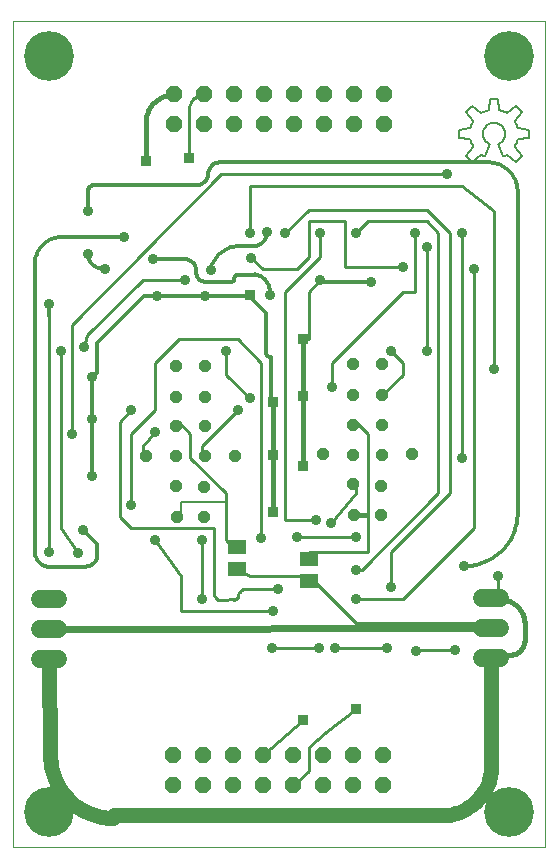
<source format=gtl>
G75*
G70*
%OFA0B0*%
%FSLAX24Y24*%
%IPPOS*%
%LPD*%
%AMOC8*
5,1,8,0,0,1.08239X$1,22.5*
%
%ADD10C,0.0000*%
%ADD11OC8,0.0397*%
%ADD12C,0.0600*%
%ADD13OC8,0.0560*%
%ADD14R,0.0630X0.0512*%
%ADD15C,0.0100*%
%ADD16C,0.0360*%
%ADD17C,0.0356*%
%ADD18C,0.0120*%
%ADD19R,0.0356X0.0356*%
%ADD20C,0.0160*%
%ADD21C,0.0500*%
%ADD22C,0.0240*%
%ADD23C,0.1660*%
%ADD24C,0.0079*%
D10*
X000100Y000100D02*
X000100Y027659D01*
X017817Y027659D01*
X017817Y000100D01*
X000100Y000100D01*
D11*
X005562Y011117D03*
X005512Y012154D03*
X005512Y013142D03*
X005512Y014129D03*
X005512Y015117D03*
X005512Y016154D03*
X006499Y016154D03*
X006499Y015117D03*
X006499Y014129D03*
X006499Y013142D03*
X006449Y012104D03*
X006449Y011117D03*
X007487Y013145D03*
X010430Y013196D03*
X011417Y013193D03*
X011417Y014180D03*
X011417Y015168D03*
X011417Y016205D03*
X012405Y016205D03*
X012405Y015168D03*
X012405Y014180D03*
X012405Y013193D03*
X012355Y012156D03*
X012355Y011168D03*
X011467Y011168D03*
X011417Y012206D03*
X013392Y013196D03*
X004524Y013145D03*
D12*
X001597Y008376D02*
X000997Y008376D01*
X000997Y007376D02*
X001597Y007376D01*
X001597Y006376D02*
X000997Y006376D01*
X015733Y006399D02*
X016333Y006399D01*
X016333Y007399D02*
X015733Y007399D01*
X015733Y008399D02*
X016333Y008399D01*
D13*
X012419Y003179D03*
X012419Y002179D03*
X011419Y002179D03*
X011419Y003179D03*
X010419Y003179D03*
X010419Y002179D03*
X009419Y002179D03*
X009419Y003179D03*
X008419Y003179D03*
X008419Y002179D03*
X007419Y002179D03*
X007419Y003179D03*
X006419Y003179D03*
X006419Y002179D03*
X005419Y002179D03*
X005419Y003179D03*
X005458Y024206D03*
X005458Y025206D03*
X006458Y025206D03*
X006458Y024206D03*
X007458Y024206D03*
X007458Y025206D03*
X008458Y025206D03*
X008458Y024206D03*
X009458Y024206D03*
X009458Y025206D03*
X010458Y025206D03*
X010458Y024206D03*
X011458Y024206D03*
X011458Y025206D03*
X012458Y025206D03*
X012458Y024206D03*
D14*
X007541Y010120D03*
X007541Y009372D03*
X009943Y009726D03*
X009943Y008978D03*
D15*
X009943Y009155D01*
X011517Y007580D01*
X015848Y007580D01*
X016033Y007399D01*
X016242Y008368D02*
X016320Y008368D01*
X016242Y008368D02*
X016242Y009155D01*
X015454Y010730D02*
X015454Y019391D01*
X015061Y020572D02*
X015061Y013092D01*
X014667Y011911D02*
X014667Y020572D01*
X013880Y021360D01*
X009943Y021360D01*
X009155Y020572D01*
X009943Y020966D02*
X009943Y019785D01*
X009549Y019391D01*
X008407Y019391D01*
X008013Y019746D01*
X007974Y020572D02*
X007974Y022147D01*
X015061Y022147D01*
X016124Y021320D01*
X016124Y016045D01*
X013880Y016635D02*
X013880Y020100D01*
X014273Y020572D02*
X013880Y020966D01*
X011911Y020966D01*
X011517Y020572D01*
X011163Y020966D02*
X009943Y020966D01*
X010336Y020572D02*
X010336Y019785D01*
X009155Y018604D01*
X009155Y011006D01*
X010179Y011006D01*
X010691Y010927D02*
X011517Y011911D01*
X011517Y012305D01*
X011417Y012206D01*
X011517Y010454D02*
X009549Y010454D01*
X009943Y009943D02*
X009943Y009726D01*
X009943Y009943D02*
X011911Y009943D01*
X011911Y013880D01*
X011517Y014273D01*
X011417Y014180D01*
X010730Y015454D02*
X010730Y016242D01*
X013092Y018604D01*
X013486Y018604D01*
X013486Y020572D01*
X014273Y020572D02*
X014273Y011911D01*
X011714Y009352D01*
X011517Y009352D01*
X011517Y008368D02*
X013092Y008368D01*
X015454Y010730D01*
X014667Y011911D02*
X012698Y009943D01*
X012698Y008761D01*
X012541Y006754D02*
X010809Y006754D01*
X010297Y006754D02*
X008722Y006754D01*
X008761Y007974D02*
X005691Y007974D01*
X005691Y009155D01*
X004824Y010336D01*
X004037Y010730D02*
X006793Y010730D01*
X006793Y008683D01*
X006990Y008328D02*
X007108Y008328D01*
X007423Y008368D01*
X007423Y008367D02*
X007439Y008361D01*
X007456Y008358D01*
X007473Y008359D01*
X007490Y008363D01*
X007506Y008370D01*
X007520Y008380D01*
X007532Y008392D01*
X007541Y008407D01*
X007580Y008407D01*
X007581Y008407D02*
X007580Y008441D01*
X007584Y008474D01*
X007591Y008506D01*
X007601Y008537D01*
X007615Y008567D01*
X007633Y008596D01*
X007653Y008622D01*
X007676Y008646D01*
X007702Y008667D01*
X007730Y008685D01*
X007760Y008699D01*
X007791Y008711D01*
X007823Y008718D01*
X007856Y008722D01*
X008919Y008722D01*
X007974Y009155D02*
X007541Y009372D01*
X007580Y009943D02*
X007541Y010120D01*
X007580Y009943D02*
X007187Y010336D01*
X007187Y011596D01*
X007187Y011911D01*
X006006Y013092D01*
X006006Y013880D01*
X005612Y014273D01*
X005512Y014129D01*
X004824Y013958D02*
X004431Y013486D01*
X004431Y013092D01*
X004524Y013145D01*
X004037Y013880D02*
X004824Y014667D01*
X004824Y016242D01*
X005612Y017029D01*
X007580Y017029D01*
X008368Y016242D01*
X008368Y010415D01*
X007974Y009155D02*
X009943Y009155D01*
X011517Y004726D02*
X010533Y003939D01*
X009943Y003446D01*
X009943Y002659D01*
X009458Y002175D01*
X009419Y002179D01*
X008419Y003179D02*
X009746Y004332D01*
X006990Y008328D02*
X006960Y008339D01*
X006931Y008353D01*
X006903Y008370D01*
X006878Y008390D01*
X006855Y008412D01*
X006835Y008437D01*
X006818Y008465D01*
X006804Y008494D01*
X006793Y008524D01*
X006786Y008555D01*
X006782Y008587D01*
X006782Y008619D01*
X006786Y008651D01*
X006793Y008683D01*
X006399Y008368D02*
X006399Y010336D01*
X006399Y013092D02*
X006499Y013142D01*
X006399Y013092D02*
X006399Y013486D01*
X007580Y014667D01*
X007974Y015061D02*
X007187Y015848D01*
X007187Y016635D01*
X005809Y018998D02*
X004431Y018998D01*
X002541Y017187D01*
X002462Y016793D01*
X002069Y017502D02*
X007029Y022541D01*
X014549Y022541D01*
X013092Y019431D02*
X011163Y019431D01*
X011163Y020966D01*
X010336Y018998D02*
X009943Y018604D01*
X009943Y017029D01*
X009746Y017029D01*
X012305Y015061D02*
X012405Y015168D01*
X012305Y015061D02*
X013092Y015848D01*
X013092Y016242D01*
X012698Y016635D01*
X013565Y006675D02*
X014824Y006675D01*
X013565Y006674D02*
X013555Y006673D01*
X013546Y006669D01*
X013537Y006663D01*
X013531Y006655D01*
X013527Y006645D01*
X013526Y006635D01*
X004037Y010730D02*
X003643Y011124D01*
X003643Y014273D01*
X004037Y014667D01*
X004037Y013880D02*
X004037Y011517D01*
X002265Y009903D02*
X001675Y010730D01*
X001675Y016635D01*
X002069Y017502D02*
X002069Y013880D01*
X001281Y009943D02*
X001281Y017817D01*
X005966Y023092D02*
X005966Y024714D01*
X005968Y024757D01*
X005973Y024799D01*
X005983Y024841D01*
X005996Y024882D01*
X006012Y024922D01*
X006032Y024960D01*
X006055Y024996D01*
X006081Y025030D01*
X006110Y025062D01*
X006142Y025091D01*
X006176Y025117D01*
X006212Y025140D01*
X006250Y025160D01*
X006290Y025176D01*
X006331Y025189D01*
X006373Y025199D01*
X006415Y025204D01*
X006458Y025206D01*
D16*
X007974Y020572D03*
X008013Y019746D03*
X009155Y020572D03*
X010336Y020572D03*
X011517Y020572D03*
X010336Y018998D03*
X012698Y016635D03*
X013880Y016635D03*
X013092Y019431D03*
X013880Y020100D03*
X013486Y020572D03*
X014549Y022541D03*
X015061Y020572D03*
X015454Y019391D03*
X016124Y016045D03*
X015061Y013092D03*
X016242Y009155D03*
X012698Y008761D03*
X011517Y008368D03*
X011517Y009352D03*
X011517Y010454D03*
X010691Y010927D03*
X009549Y010454D03*
X008368Y010415D03*
X008761Y007974D03*
X008722Y006754D03*
X010297Y006754D03*
X006399Y008368D03*
X006399Y010336D03*
X004824Y010336D03*
X004037Y011517D03*
X004824Y013958D03*
X004037Y014667D03*
X002462Y016793D03*
X001675Y016635D03*
X002069Y013880D03*
X002265Y009903D03*
X001281Y009943D03*
X007187Y016635D03*
X007974Y015061D03*
X007580Y014667D03*
X005809Y018998D03*
X010730Y015454D03*
D17*
X008643Y018525D03*
X008565Y020612D03*
X006675Y019352D03*
X006478Y018486D03*
X004903Y018486D03*
X004746Y019706D03*
X003801Y020454D03*
X003171Y019391D03*
X002580Y019864D03*
X002580Y021320D03*
X001281Y018210D03*
X002738Y015769D03*
X002738Y014391D03*
X002738Y012462D03*
X002423Y010691D03*
X008919Y008722D03*
X010179Y011006D03*
X010809Y006754D03*
X012541Y006754D03*
X013525Y006635D03*
X014824Y006675D03*
X015139Y009470D03*
X012029Y018958D03*
D18*
X010376Y018958D01*
X010336Y018998D01*
X008526Y016596D02*
X008528Y016574D01*
X008532Y016552D01*
X008540Y016531D01*
X008551Y016511D01*
X008564Y016493D01*
X008580Y016477D01*
X008598Y016464D01*
X008618Y016453D01*
X008639Y016445D01*
X008661Y016441D01*
X008683Y016439D01*
X008683Y015139D01*
X008682Y015139D02*
X008675Y015117D01*
X008671Y015094D01*
X008670Y015070D01*
X008674Y015047D01*
X008681Y015024D01*
X008691Y015003D01*
X008705Y014984D01*
X008721Y014967D01*
X008740Y014953D01*
X008761Y014942D01*
X008525Y016596D02*
X008525Y017895D01*
X007974Y018446D01*
X007974Y018506D01*
X007954Y018486D01*
X006478Y018486D01*
X004903Y018486D01*
X004470Y018486D01*
X002895Y016911D01*
X002895Y015927D01*
X002738Y015769D01*
X002738Y014391D01*
X002738Y012462D01*
X002423Y010691D02*
X002895Y010218D01*
X002895Y009824D01*
X002893Y009789D01*
X002888Y009755D01*
X002880Y009721D01*
X002868Y009689D01*
X002853Y009657D01*
X002835Y009627D01*
X002815Y009599D01*
X002791Y009574D01*
X002766Y009550D01*
X002738Y009530D01*
X002708Y009512D01*
X002676Y009497D01*
X002644Y009485D01*
X002610Y009477D01*
X002576Y009472D01*
X002541Y009470D01*
X002540Y009460D01*
X002536Y009451D01*
X002530Y009442D01*
X002522Y009436D01*
X002512Y009432D01*
X002502Y009431D01*
X001360Y009431D01*
X001314Y009433D01*
X001269Y009439D01*
X001225Y009448D01*
X001181Y009461D01*
X001139Y009477D01*
X001098Y009497D01*
X001059Y009521D01*
X001022Y009547D01*
X000987Y009577D01*
X000955Y009609D01*
X000925Y009644D01*
X000899Y009681D01*
X000875Y009720D01*
X000855Y009761D01*
X000839Y009803D01*
X000826Y009847D01*
X000817Y009891D01*
X000811Y009936D01*
X000809Y009982D01*
X000809Y019509D01*
X000811Y019568D01*
X000816Y019627D01*
X000826Y019686D01*
X000839Y019744D01*
X000855Y019801D01*
X000875Y019857D01*
X000899Y019911D01*
X000926Y019964D01*
X000956Y020015D01*
X000989Y020064D01*
X001026Y020111D01*
X001065Y020156D01*
X001107Y020198D01*
X001152Y020237D01*
X001199Y020274D01*
X001248Y020307D01*
X001299Y020337D01*
X001352Y020364D01*
X001406Y020388D01*
X001462Y020408D01*
X001519Y020424D01*
X001577Y020437D01*
X001636Y020447D01*
X001695Y020452D01*
X001754Y020454D01*
X003801Y020454D01*
X003171Y019391D02*
X003127Y019388D01*
X003083Y019389D01*
X003039Y019393D01*
X002995Y019401D01*
X002953Y019412D01*
X002911Y019427D01*
X002871Y019446D01*
X002832Y019467D01*
X002795Y019492D01*
X002761Y019519D01*
X002729Y019550D01*
X002699Y019583D01*
X002672Y019618D01*
X002649Y019655D01*
X002628Y019694D01*
X002611Y019735D01*
X002597Y019777D01*
X002587Y019820D01*
X002580Y019864D01*
X002580Y021320D02*
X002580Y021950D01*
X002581Y021950D02*
X002583Y021978D01*
X002588Y022006D01*
X002596Y022034D01*
X002608Y022060D01*
X002623Y022084D01*
X002640Y022106D01*
X002661Y022127D01*
X002683Y022144D01*
X002707Y022159D01*
X002733Y022171D01*
X002761Y022179D01*
X002789Y022184D01*
X002817Y022186D01*
X002817Y022187D02*
X006242Y022187D01*
X006277Y022189D01*
X006311Y022194D01*
X006345Y022202D01*
X006377Y022214D01*
X006409Y022229D01*
X006439Y022247D01*
X006467Y022267D01*
X006492Y022291D01*
X006516Y022316D01*
X006536Y022344D01*
X006554Y022374D01*
X006569Y022406D01*
X006581Y022438D01*
X006589Y022472D01*
X006594Y022506D01*
X006596Y022541D01*
X006598Y022580D01*
X006604Y022618D01*
X006613Y022655D01*
X006626Y022692D01*
X006643Y022727D01*
X006662Y022760D01*
X006685Y022791D01*
X006711Y022820D01*
X006740Y022846D01*
X006771Y022869D01*
X006804Y022888D01*
X006839Y022905D01*
X006876Y022918D01*
X006913Y022927D01*
X006951Y022933D01*
X006990Y022935D01*
X015927Y022935D01*
X015927Y022934D02*
X015989Y022932D01*
X016050Y022926D01*
X016111Y022917D01*
X016172Y022903D01*
X016231Y022886D01*
X016289Y022865D01*
X016346Y022840D01*
X016401Y022812D01*
X016454Y022781D01*
X016505Y022746D01*
X016554Y022708D01*
X016601Y022667D01*
X016644Y022624D01*
X016685Y022577D01*
X016723Y022528D01*
X016758Y022477D01*
X016789Y022424D01*
X016817Y022369D01*
X016842Y022312D01*
X016863Y022254D01*
X016880Y022195D01*
X016894Y022134D01*
X016903Y022073D01*
X016909Y022012D01*
X016911Y021950D01*
X016911Y011242D01*
X016909Y011158D01*
X016903Y011074D01*
X016893Y010990D01*
X016879Y010907D01*
X016861Y010824D01*
X016839Y010743D01*
X016814Y010662D01*
X016784Y010583D01*
X016751Y010506D01*
X016714Y010430D01*
X016674Y010356D01*
X016630Y010284D01*
X016582Y010214D01*
X016532Y010147D01*
X016478Y010082D01*
X016421Y010019D01*
X016362Y009960D01*
X016299Y009903D01*
X016234Y009849D01*
X016167Y009799D01*
X016097Y009751D01*
X016025Y009707D01*
X015951Y009667D01*
X015875Y009630D01*
X015798Y009597D01*
X015719Y009567D01*
X015638Y009542D01*
X015557Y009520D01*
X015474Y009502D01*
X015391Y009488D01*
X015307Y009478D01*
X015223Y009472D01*
X015139Y009470D01*
X008171Y019194D02*
X007620Y019194D01*
X007581Y020140D02*
X007519Y020135D01*
X007458Y020126D01*
X007398Y020113D01*
X007339Y020096D01*
X007281Y020076D01*
X007224Y020052D01*
X007169Y020024D01*
X007116Y019993D01*
X007064Y019959D01*
X007015Y019922D01*
X006969Y019881D01*
X006925Y019838D01*
X006884Y019792D01*
X006846Y019744D01*
X006811Y019693D01*
X006780Y019640D01*
X006751Y019585D01*
X006727Y019529D01*
X006706Y019471D01*
X006688Y019412D01*
X006675Y019352D01*
X006478Y018958D02*
X006447Y018960D01*
X006417Y018965D01*
X006387Y018973D01*
X006358Y018985D01*
X006331Y019000D01*
X006306Y019018D01*
X006283Y019039D01*
X006262Y019062D01*
X006244Y019087D01*
X006229Y019114D01*
X006217Y019143D01*
X006209Y019173D01*
X006204Y019203D01*
X006202Y019234D01*
X006202Y019313D01*
X006478Y018958D02*
X007383Y018958D01*
X007398Y018960D01*
X007413Y018964D01*
X007427Y018971D01*
X007439Y018981D01*
X007449Y018993D01*
X007456Y019007D01*
X007460Y019022D01*
X007462Y019037D01*
X007463Y019037D02*
X007465Y019059D01*
X007469Y019081D01*
X007477Y019102D01*
X007488Y019122D01*
X007501Y019140D01*
X007517Y019156D01*
X007535Y019169D01*
X007555Y019180D01*
X007576Y019188D01*
X007598Y019192D01*
X007620Y019194D01*
X008170Y019195D02*
X008215Y019185D01*
X008258Y019172D01*
X008301Y019156D01*
X008342Y019136D01*
X008381Y019114D01*
X008419Y019088D01*
X008454Y019059D01*
X008487Y019028D01*
X008517Y018994D01*
X008545Y018958D01*
X008570Y018920D01*
X008591Y018880D01*
X008610Y018838D01*
X008625Y018795D01*
X008637Y018751D01*
X008645Y018707D01*
X008650Y018662D01*
X008651Y018616D01*
X008649Y018571D01*
X008643Y018526D01*
X008092Y020139D02*
X007580Y020139D01*
X008092Y020140D02*
X008133Y020142D01*
X008174Y020147D01*
X008214Y020156D01*
X008253Y020168D01*
X008291Y020184D01*
X008328Y020203D01*
X008363Y020225D01*
X008395Y020250D01*
X008426Y020278D01*
X008454Y020309D01*
X008479Y020341D01*
X008501Y020376D01*
X008520Y020413D01*
X008536Y020451D01*
X008548Y020490D01*
X008557Y020530D01*
X008562Y020571D01*
X008564Y020612D01*
X005809Y019706D02*
X004746Y019706D01*
X005809Y019707D02*
X005848Y019705D01*
X005886Y019699D01*
X005923Y019690D01*
X005960Y019677D01*
X005995Y019660D01*
X006028Y019641D01*
X006059Y019618D01*
X006088Y019592D01*
X006114Y019563D01*
X006137Y019532D01*
X006156Y019499D01*
X006173Y019464D01*
X006186Y019427D01*
X006195Y019390D01*
X006201Y019352D01*
X006203Y019313D01*
X001281Y018210D02*
X001281Y017817D01*
D19*
X004509Y022974D03*
X005966Y023092D03*
X007974Y018506D03*
X009746Y017029D03*
X009746Y015159D03*
X008761Y014943D03*
X008761Y013171D03*
X009746Y012797D03*
X008761Y011281D03*
X011517Y004726D03*
X009746Y004332D03*
D20*
X008761Y011281D02*
X008761Y013171D01*
X008761Y014943D01*
X009746Y015159D02*
X009746Y017029D01*
X009746Y015159D02*
X009746Y012797D01*
X011517Y011163D02*
X011872Y011163D01*
X016072Y006517D02*
X016635Y006517D01*
X016677Y006519D01*
X016719Y006524D01*
X016761Y006533D01*
X016801Y006545D01*
X016841Y006560D01*
X016879Y006579D01*
X016915Y006600D01*
X016949Y006625D01*
X016982Y006652D01*
X017012Y006682D01*
X017039Y006715D01*
X017064Y006749D01*
X017085Y006785D01*
X017104Y006823D01*
X017119Y006863D01*
X017131Y006903D01*
X017140Y006945D01*
X017145Y006987D01*
X017147Y007029D01*
X017147Y007541D01*
X017145Y007597D01*
X017139Y007654D01*
X017130Y007709D01*
X017116Y007764D01*
X017099Y007818D01*
X017079Y007870D01*
X017054Y007921D01*
X017027Y007971D01*
X016996Y008018D01*
X016962Y008063D01*
X016924Y008105D01*
X016884Y008145D01*
X016842Y008183D01*
X016797Y008217D01*
X016750Y008248D01*
X016700Y008275D01*
X016649Y008300D01*
X016597Y008320D01*
X016543Y008337D01*
X016488Y008351D01*
X016433Y008360D01*
X016376Y008366D01*
X016320Y008368D01*
X016073Y006518D02*
X016058Y006509D01*
X016046Y006497D01*
X016036Y006483D01*
X016029Y006467D01*
X016025Y006450D01*
X016024Y006433D01*
X016027Y006416D01*
X016033Y006400D01*
X004509Y022974D02*
X004509Y024257D01*
X004511Y024317D01*
X004516Y024376D01*
X004526Y024435D01*
X004539Y024493D01*
X004555Y024550D01*
X004576Y024606D01*
X004599Y024661D01*
X004626Y024714D01*
X004657Y024765D01*
X004690Y024815D01*
X004727Y024862D01*
X004766Y024907D01*
X004808Y024949D01*
X004853Y024988D01*
X004900Y025025D01*
X004950Y025058D01*
X005001Y025089D01*
X005054Y025116D01*
X005109Y025139D01*
X005165Y025160D01*
X005222Y025176D01*
X005280Y025189D01*
X005339Y025199D01*
X005398Y025204D01*
X005458Y025206D01*
D21*
X016033Y006399D02*
X016033Y002844D01*
X016031Y002764D01*
X016025Y002684D01*
X016016Y002605D01*
X016003Y002526D01*
X015986Y002448D01*
X015965Y002370D01*
X015941Y002294D01*
X015913Y002219D01*
X015881Y002146D01*
X015846Y002074D01*
X015808Y002004D01*
X015766Y001935D01*
X015721Y001869D01*
X015673Y001805D01*
X015622Y001743D01*
X015569Y001684D01*
X015512Y001627D01*
X015453Y001574D01*
X015391Y001523D01*
X015327Y001475D01*
X015261Y001430D01*
X015193Y001388D01*
X015122Y001350D01*
X015050Y001315D01*
X014977Y001283D01*
X014902Y001255D01*
X014826Y001231D01*
X014748Y001210D01*
X014670Y001193D01*
X014591Y001180D01*
X014512Y001171D01*
X014432Y001165D01*
X014352Y001163D01*
X003486Y001163D01*
X003471Y001161D01*
X003456Y001157D01*
X003442Y001150D01*
X003430Y001140D01*
X003420Y001128D01*
X003413Y001114D01*
X003409Y001099D01*
X003407Y001084D01*
X003308Y001086D01*
X003210Y001093D01*
X003112Y001105D01*
X003015Y001121D01*
X002919Y001142D01*
X002824Y001168D01*
X002730Y001198D01*
X002637Y001232D01*
X002547Y001271D01*
X002458Y001314D01*
X002371Y001361D01*
X002287Y001413D01*
X002206Y001468D01*
X002127Y001527D01*
X002051Y001590D01*
X001978Y001656D01*
X001908Y001726D01*
X001842Y001799D01*
X001779Y001875D01*
X001720Y001954D01*
X001665Y002035D01*
X001613Y002120D01*
X001566Y002206D01*
X001523Y002295D01*
X001484Y002385D01*
X001450Y002478D01*
X001420Y002572D01*
X001394Y002667D01*
X001373Y002763D01*
X001357Y002860D01*
X001345Y002958D01*
X001338Y003056D01*
X001336Y003155D01*
X001297Y006376D01*
D22*
X001297Y007376D02*
X015970Y007415D01*
X015977Y007406D01*
X015987Y007399D01*
X015998Y007394D01*
X016010Y007393D01*
X016022Y007395D01*
X016033Y007400D01*
D23*
X016635Y001281D03*
X001281Y001281D03*
X001281Y026478D03*
X016635Y026478D03*
D24*
X016268Y025052D02*
X015980Y025052D01*
X015941Y024671D01*
X015693Y024568D02*
X015396Y024810D01*
X015193Y024607D01*
X015435Y024310D01*
X015332Y024062D02*
X014951Y024023D01*
X014951Y023736D01*
X015332Y023697D01*
X015435Y023449D02*
X015193Y023152D01*
X015396Y022949D01*
X015693Y023191D01*
X015813Y023129D02*
X015982Y023539D01*
X016265Y023539D02*
X016434Y023129D01*
X016554Y023191D02*
X016851Y022949D01*
X017054Y023152D01*
X016812Y023449D01*
X016915Y023697D02*
X017296Y023736D01*
X017296Y024023D01*
X016915Y024062D01*
X016812Y024310D02*
X017054Y024607D01*
X016851Y024810D01*
X016554Y024568D01*
X016306Y024671D02*
X016268Y025052D01*
X016554Y023191D02*
X016516Y023169D01*
X016476Y023148D01*
X016435Y023130D01*
X015435Y023450D02*
X015408Y023496D01*
X015385Y023545D01*
X015364Y023594D01*
X015347Y023645D01*
X015333Y023697D01*
X015694Y023191D02*
X015732Y023169D01*
X015772Y023148D01*
X015813Y023130D01*
X016813Y023450D02*
X016840Y023496D01*
X016863Y023545D01*
X016884Y023594D01*
X016901Y023645D01*
X016915Y023697D01*
X016554Y024569D02*
X016508Y024596D01*
X016459Y024619D01*
X016410Y024640D01*
X016359Y024657D01*
X016307Y024671D01*
X015435Y024310D02*
X015408Y024264D01*
X015385Y024215D01*
X015364Y024166D01*
X015347Y024115D01*
X015333Y024063D01*
X015694Y024569D02*
X015740Y024596D01*
X015789Y024619D01*
X015838Y024640D01*
X015889Y024657D01*
X015941Y024671D01*
X016813Y024310D02*
X016840Y024264D01*
X016863Y024215D01*
X016884Y024166D01*
X016901Y024115D01*
X016915Y024063D01*
X016265Y023539D02*
X016299Y023555D01*
X016332Y023575D01*
X016362Y023598D01*
X016390Y023624D01*
X016415Y023653D01*
X016436Y023684D01*
X016455Y023717D01*
X016470Y023752D01*
X016481Y023788D01*
X016489Y023825D01*
X016493Y023863D01*
X016492Y023901D01*
X016488Y023938D01*
X016480Y023976D01*
X016469Y024012D01*
X016453Y024046D01*
X016435Y024079D01*
X016412Y024110D01*
X016387Y024138D01*
X016359Y024164D01*
X016329Y024187D01*
X016296Y024206D01*
X016262Y024222D01*
X016226Y024235D01*
X016189Y024243D01*
X016152Y024248D01*
X016114Y024249D01*
X016076Y024246D01*
X016039Y024239D01*
X016002Y024228D01*
X015967Y024214D01*
X015934Y024196D01*
X015902Y024175D01*
X015873Y024150D01*
X015847Y024123D01*
X015823Y024094D01*
X015803Y024062D01*
X015786Y024028D01*
X015772Y023992D01*
X015763Y023955D01*
X015757Y023918D01*
X015755Y023880D01*
X015757Y023844D01*
X015762Y023808D01*
X015771Y023773D01*
X015783Y023739D01*
X015799Y023706D01*
X015817Y023675D01*
X015839Y023646D01*
X015863Y023619D01*
X015890Y023595D01*
X015919Y023573D01*
X015950Y023555D01*
X015983Y023539D01*
X007187Y011596D02*
X005691Y011596D01*
X005691Y011124D01*
M02*

</source>
